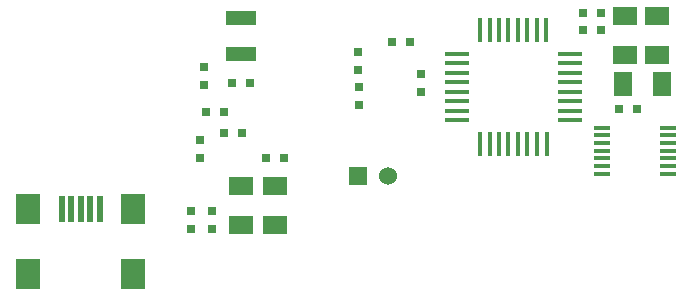
<source format=gtp>
G04 (created by PCBNEW-RS274X (2011-11-27 BZR 3249)-stable) date 13/09/2012 2:58:33 p.m.*
G01*
G70*
G90*
%MOIN*%
G04 Gerber Fmt 3.4, Leading zero omitted, Abs format*
%FSLAX34Y34*%
G04 APERTURE LIST*
%ADD10C,0.006000*%
%ADD11R,0.055000X0.017000*%
%ADD12R,0.078700X0.098400*%
%ADD13R,0.019700X0.090600*%
%ADD14R,0.060000X0.060000*%
%ADD15C,0.060000*%
%ADD16R,0.031500X0.025000*%
%ADD17R,0.080000X0.060000*%
%ADD18R,0.060000X0.080000*%
%ADD19R,0.100000X0.050000*%
%ADD20R,0.078700X0.017700*%
%ADD21R,0.017700X0.078700*%
%ADD22R,0.025000X0.031500*%
G04 APERTURE END LIST*
G54D10*
G54D11*
X20128Y-04472D03*
X20128Y-04722D03*
X20128Y-04982D03*
X20128Y-05232D03*
X20128Y-05492D03*
X20128Y-05747D03*
X20128Y-06002D03*
X22328Y-06002D03*
X22328Y-05747D03*
X22328Y-05492D03*
X22328Y-05232D03*
X22328Y-04977D03*
X22328Y-04722D03*
X22328Y-04467D03*
G54D12*
X04488Y-09350D03*
X01004Y-09350D03*
X04508Y-07185D03*
X01004Y-07185D03*
G54D13*
X02756Y-07185D03*
X02441Y-07185D03*
X02126Y-07185D03*
X03071Y-07185D03*
X03386Y-07185D03*
G54D14*
X11978Y-06092D03*
G54D15*
X12978Y-06092D03*
G54D16*
X06418Y-07842D03*
X06418Y-07242D03*
X07138Y-07842D03*
X07138Y-07242D03*
G54D17*
X08088Y-07702D03*
X08088Y-06402D03*
X09238Y-07702D03*
X09238Y-06402D03*
G54D18*
X20838Y-03022D03*
X22138Y-03022D03*
G54D17*
X21968Y-00752D03*
X21968Y-02052D03*
X20908Y-00752D03*
X20908Y-02052D03*
G54D19*
X08098Y-00822D03*
X08098Y-02022D03*
G54D20*
X15282Y-04215D03*
X15282Y-03900D03*
X15282Y-03585D03*
X15282Y-03270D03*
X15282Y-02955D03*
X15282Y-02640D03*
X15282Y-02325D03*
X15282Y-02010D03*
X19048Y-02012D03*
X19048Y-04222D03*
X19048Y-03902D03*
X19048Y-03582D03*
X19048Y-03272D03*
X19048Y-02952D03*
X19048Y-02642D03*
X19048Y-02322D03*
G54D21*
X16066Y-01222D03*
X16380Y-01222D03*
X16696Y-01222D03*
X17010Y-01222D03*
X17326Y-01222D03*
X17640Y-01222D03*
X17956Y-01222D03*
X18270Y-01222D03*
X16068Y-05002D03*
X16378Y-05002D03*
X16698Y-05002D03*
X17008Y-05002D03*
X17318Y-05002D03*
X17638Y-05002D03*
X17958Y-05002D03*
X18278Y-05002D03*
G54D22*
X20078Y-00642D03*
X19478Y-00642D03*
X20078Y-01212D03*
X19478Y-01212D03*
G54D16*
X06718Y-05472D03*
X06718Y-04872D03*
G54D22*
X07538Y-03952D03*
X06938Y-03952D03*
X09518Y-05482D03*
X08918Y-05482D03*
X08138Y-04652D03*
X07538Y-04652D03*
G54D16*
X12018Y-03722D03*
X12018Y-03122D03*
G54D22*
X07798Y-02972D03*
X08398Y-02972D03*
G54D16*
X06858Y-02432D03*
X06858Y-03032D03*
X12008Y-01932D03*
X12008Y-02532D03*
G54D22*
X13118Y-01622D03*
X13718Y-01622D03*
X21284Y-03858D03*
X20684Y-03858D03*
G54D16*
X14098Y-02672D03*
X14098Y-03272D03*
M02*

</source>
